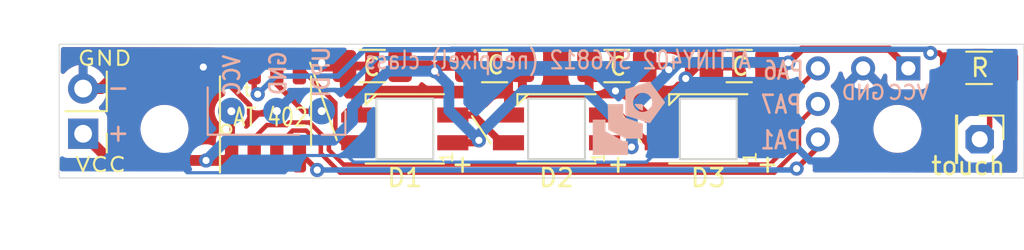
<source format=kicad_pcb>
(kicad_pcb (version 20221018) (generator pcbnew)
  (layers (0 "F.Cu" signal) (31 "B.Cu" signal) (34 "B.Paste" user) (35 "F.Paste" user) (36 "B.SilkS" user "B.Silkscreen") (37 "F.SilkS" user "F.Silkscreen") (38 "B.Mask" user) (39 "F.Mask" user) (44 "Edge.Cuts" user))
  (net 0 "")
  (net 1 "Net-(D1-VDD)")
  (net 2 "Net-(D1-DOUT)")
  (net 3 "Net-(D1-DIN)")
  (net 4 "Net-(D2-DOUT)")
  (net 5 "Net-(J1-Pin_1)")
  (net 6 "Net-(J2-Pin_3)")
  (net 7 "Net-(J2-Pin_2)")
  (net 8 "GNDREF")
  (net 9 "Net-(J3-Pin_1)")
  (net 10 "Net-(U1-PA3)")
  (net 11 "Net-(J2-Pin_1)")
  (footprint "Connector_PinHeader_2.54mm:PinHeader_1x02_P2.54mm_Vertical" (layer "F.Cu") (at 75.692 41.1954 180)
    (fp_text reference "J4" hide)
    (fp_text value "Conn_01x02")
    (fp_line (start -1.33 0) (end -1.33 -1.05) (stroke (width 0.12)) (layer "F.SilkS"))
    (fp_line (start -1.33 1.27) (end -1.33 3.5) (stroke (width 0.12)) (layer "F.SilkS"))
    (fp_line (start -1.33 1.27) (end 1 1.27) (stroke (width 0.12)) (layer "F.SilkS"))
    (pad "1" thru_hole rect (at 0 0 180) (size 1.7 1.7) (drill 1) (layers "*.Cu" "*.Mask") (net 1 "Net-(D1-VDD)"))
    (pad "2" thru_hole oval (at 0 2.54 180) (size 1.7 1.7) (drill 1) (layers "*.Cu" "*.Mask") (net 8 "GNDREF"))
  )
  (footprint "attiny84:Pin_1x01_P2.00mm_Vertical" (layer "F.Cu") (at 119.5324 37.5204)
    (fp_text reference "J6" hide)
    (fp_text value "Conn_01x01_Pin")
    (pad "1" thru_hole circle (at 0 0) (size 1.35 1.35) (drill 0.8) (layers "*.Cu" "*.Mask") (net 8 "GNDREF"))
  )
  (footprint "Capacitor_SMD:C_1206_3216Metric_Pad1.33x1.80mm_HandSolder" (layer "F.Cu") (at 112.568234 37.3888 180)
    (fp_text reference "C1" hide)
    (fp_text value ".1")
    (fp_line (start -0.711252 -0.91) (end 0.711252 -0.91) (stroke (width 0.12)) (layer "F.SilkS"))
    (fp_line (start -0.711252 0.91) (end 0.711252 0.91) (stroke (width 0.12)) (layer "F.SilkS"))
    (pad "1" smd roundrect (at -1.5625 0 180) (size 1.325 1.8) (layers "F.Cu" "F.Paste" "F.Mask") (roundrect_rratio 0.188679) (net 1 "Net-(D1-VDD)"))
    (pad "2" smd roundrect (at 1.5625 0 180) (size 1.325 1.8) (layers "F.Cu" "F.Paste" "F.Mask") (roundrect_rratio 0.188679) (net 8 "GNDREF"))
  )
  (footprint "attiny84:LED_SK6812E_PLCC4_3.5x3.5mm_P1.75mm_osh_handsolder" (layer "F.Cu") (at 93.7704 40.9204 180)
    (fp_text reference "D1" (at 0 -2.75 180) (layer "F.SilkS"))
    (fp_text value "SK6812")
    (fp_text user "1" (at -2.35 -1.6 270) (layer "F.SilkS") (effects (font (size 0.7 0.7) (thickness 0.1))))
    (fp_line (start -2.2 -1.95) (end 2.2 -1.95) (stroke (width 0.12)) (layer "F.SilkS"))
    (fp_line (start -2.2 1.95) (end 2.2 1.95) (stroke (width 0.12)) (layer "F.SilkS"))
    (fp_line (start 1.6 1.95) (end 2.2 1.35) (stroke (width 0.12)) (layer "F.SilkS"))
    (fp_line (start 2.2 1.95) (end 2.2 1.35) (stroke (width 0.12)) (layer "F.SilkS"))
    (fp_rect (start -1.6 -1.7) (end 1.6 1.7) (stroke (width 0.12)) (fill none) (layer "Edge.Cuts"))
    (pad "1" smd rect (at -2.7 -0.78 180) (size 1.75 0.85) (layers "F.Cu" "F.Paste" "F.Mask") (net 1 "Net-(D1-VDD)"))
    (pad "2" smd rect (at -2.7 0.78 180) (size 1.75 0.85) (layers "F.Cu" "F.Paste" "F.Mask") (net 2 "Net-(D1-DOUT)"))
    (pad "3" smd roundrect (at 2.7 0.78 180) (size 1.75 0.85) (layers "F.Cu" "F.Paste" "F.Mask") (roundrect_rratio 0) (chamfer_ratio 0.4) (chamfer bottom_right) (net 8 "GNDREF"))
    (pad "4" smd rect (at 2.7 -0.78 180) (size 1.75 0.85) (layers "F.Cu" "F.Paste" "F.Mask") (net 3 "Net-(D1-DIN)"))
  )
  (footprint "Resistor_SMD:R_1206_3216Metric_Pad1.30x1.75mm_HandSolder" (layer "F.Cu") (at 126.05 37.4904)
    (fp_text reference "R1" hide)
    (fp_text value "10K")
    (fp_line (start -0.727064 -0.91) (end 0.727064 -0.91) (stroke (width 0.12)) (layer "F.SilkS"))
    (fp_line (start -0.727064 0.91) (end 0.727064 0.91) (stroke (width 0.12)) (layer "F.SilkS"))
    (pad "1" smd roundrect (at -1.55 0) (size 1.3 1.75) (layers "F.Cu" "F.Paste" "F.Mask") (roundrect_rratio 0.192308) (net 10 "Net-(U1-PA3)"))
    (pad "2" smd roundrect (at 1.55 0) (size 1.3 1.75) (layers "F.Cu" "F.Paste" "F.Mask") (roundrect_rratio 0.192308) (net 5 "Net-(J1-Pin_1)"))
  )
  (footprint "Connector_PinHeader_2.54mm:PinHeader_1x01_P2.54mm_Vertical" (layer "F.Cu") (at 126.0856 41.5036 -90)
    (fp_text reference "J1" hide)
    (fp_text value "Conn_01x01_Pin")
    (fp_line (start -1.33 -1.33) (end 0 -1.33) (stroke (width 0.12)) (layer "F.SilkS"))
    (fp_line (start -1.33 0) (end -1.33 -1.33) (stroke (width 0.12)) (layer "F.SilkS"))
    (fp_line (start -1.33 1.27) (end -1.33 1.33) (stroke (width 0.12)) (layer "F.SilkS"))
    (fp_line (start -1.33 1.27) (end 1.33 1.27) (stroke (width 0.12)) (layer "F.SilkS"))
    (fp_line (start -1.33 1.33) (end 1.33 1.33) (stroke (width 0.12)) (layer "F.SilkS"))
    (fp_line (start 1.33 1.27) (end 1.33 1.33) (stroke (width 0.12)) (layer "F.SilkS"))
    (pad "1" thru_hole roundrect (at 0 0 270) (size 1.6 1.6) (drill 0.9) (layers "*.Cu" "*.Mask") (roundrect_rratio 0) (chamfer_ratio 0.2) (chamfer top_left top_right bottom_left bottom_right) (net 5 "Net-(J1-Pin_1)"))
  )
  (footprint "Capacitor_SMD:C_1206_3216Metric_Pad1.33x1.80mm_HandSolder" (layer "F.Cu") (at 105.6933 37.3888 180)
    (fp_text reference "C4" hide)
    (fp_text value ".1")
    (fp_line (start -0.711252 -0.91) (end 0.711252 -0.91) (stroke (width 0.12)) (layer "F.SilkS"))
    (fp_line (start -0.711252 0.91) (end 0.711252 0.91) (stroke (width 0.12)) (layer "F.SilkS"))
    (pad "1" smd roundrect (at -1.5625 0 180) (size 1.325 1.8) (layers "F.Cu" "F.Paste" "F.Mask") (roundrect_rratio 0.188679) (net 1 "Net-(D1-VDD)"))
    (pad "2" smd roundrect (at 1.5625 0 180) (size 1.325 1.8) (layers "F.Cu" "F.Paste" "F.Mask") (roundrect_rratio 0.188679) (net 8 "GNDREF"))
  )
  (footprint "attiny84:LED_SK6812E_PLCC4_3.5x3.5mm_P1.75mm_osh_handsolder" (layer "F.Cu") (at 110.8308 40.9204 180)
    (fp_text reference "D3" (at 0 -2.75 180) (layer "F.SilkS"))
    (fp_text value "SK6812")
    (fp_text user "1" (at -2.35 -1.6 270) (layer "F.SilkS") (effects (font (size 0.7 0.7) (thickness 0.1))))
    (fp_line (start -2.2 -1.95) (end 2.2 -1.95) (stroke (width 0.12)) (layer "F.SilkS"))
    (fp_line (start -2.2 1.95) (end 2.2 1.95) (stroke (width 0.12)) (layer "F.SilkS"))
    (fp_line (start 1.6 1.95) (end 2.2 1.35) (stroke (width 0.12)) (layer "F.SilkS"))
    (fp_line (start 2.2 1.95) (end 2.2 1.35) (stroke (width 0.12)) (layer "F.SilkS"))
    (fp_rect (start -1.6 -1.7) (end 1.6 1.7) (stroke (width 0.12)) (fill none) (layer "Edge.Cuts"))
    (pad "1" smd rect (at -2.7 -0.78 180) (size 1.75 0.85) (layers "F.Cu" "F.Paste" "F.Mask") (net 1 "Net-(D1-VDD)"))
    (pad "2" smd rect (at -2.7 0.78 180) (size 1.75 0.85) (layers "F.Cu" "F.Paste" "F.Mask"))
    (pad "3" smd roundrect (at 2.7 0.78 180) (size 1.75 0.85) (layers "F.Cu" "F.Paste" "F.Mask") (roundrect_rratio 0) (chamfer_ratio 0.4) (chamfer bottom_right) (net 8 "GNDREF"))
    (pad "4" smd rect (at 2.7 -0.78 180) (size 1.75 0.85) (layers "F.Cu" "F.Paste" "F.Mask") (net 4 "Net-(D2-DOUT)"))
  )
  (footprint "Capacitor_SMD:C_1206_3216Metric_Pad1.33x1.80mm_HandSolder" (layer "F.Cu") (at 98.818367 37.3888)
    (fp_text reference "C3" hide)
    (fp_text value ".1")
    (fp_line (start -0.711252 -0.91) (end 0.711252 -0.91) (stroke (width 0.12)) (layer "F.SilkS"))
    (fp_line (start -0.711252 0.91) (end 0.711252 0.91) (stroke (width 0.12)) (layer "F.SilkS"))
    (pad "1" smd roundrect (at -1.5625 0) (size 1.325 1.8) (layers "F.Cu" "F.Paste" "F.Mask") (roundrect_rratio 0.188679) (net 1 "Net-(D1-VDD)"))
    (pad "2" smd roundrect (at 1.5625 0) (size 1.325 1.8) (layers "F.Cu" "F.Paste" "F.Mask") (roundrect_rratio 0.188679) (net 8 "GNDREF"))
  )
  (footprint "attiny84:Pin_1x01_P2.00mm_Vertical" (layer "F.Cu") (at 122.0724 37.5204)
    (fp_text reference "J5" hide)
    (fp_text value "Conn_01x01_Pin")
    (pad "1" thru_hole rect (at 0 0) (size 1.35 1.35) (drill 0.8) (layers "*.Cu" "*.Mask") (net 1 "Net-(D1-VDD)"))
  )
  (footprint "MountingHole:MountingHole_2.2mm_M2" (layer "F.Cu") (at 121.4628 40.9204)
    (fp_text reference "H2" hide)
    (fp_text value "MountingHole")
    (pad "" np_thru_hole circle (at 0 0) (size 2.2 2.2) (drill 2.2) (layers "*.Cu" "*.Mask"))
  )
  (footprint "Package_SO:SOIC-8_3.9x4.9mm_P1.27mm" (layer "F.Cu") (at 85.943 39.9204 90)
    (fp_text reference "U1" hide)
    (fp_text value "ATtiny402-SS")
    (fp_line (start 0 -2.56) (end -3.45 -2.56) (stroke (width 0.12)) (layer "F.SilkS"))
    (fp_line (start 0 -2.56) (end 1.95 -2.56) (stroke (width 0.12)) (layer "F.SilkS"))
    (fp_line (start 0 2.56) (end -1.95 2.56) (stroke (width 0.12)) (layer "F.SilkS"))
    (fp_line (start 0 2.56) (end 1.95 2.56) (stroke (width 0.12)) (layer "F.SilkS"))
    (pad "1" smd roundrect (at -2.475 -1.905 90) (size 1.95 0.75) (layers "F.Cu" "F.Paste" "F.Mask") (net 1 "Net-(D1-VDD)"))
    (pad "2" smd roundrect (at -2.475 -0.635 90) (size 1.95 0.75) (layers "F.Cu" "F.Paste" "F.Mask") (net 11 "Net-(J2-Pin_1)"))
    (pad "3" smd roundrect (at -2.475 0.635 90) (size 1.95 0.75) (layers "F.Cu" "F.Paste" "F.Mask") (net 7 "Net-(J2-Pin_2)"))
    (pad "4" smd roundrect (at -2.475 1.905 90) (size 1.95 0.75) (layers "F.Cu" "F.Paste" "F.Mask") (net 6 "Net-(J2-Pin_3)"))
    (pad "5" smd roundrect (at 2.475 1.905 90) (size 1.95 0.75) (layers "F.Cu" "F.Paste" "F.Mask") (net 3 "Net-(D1-DIN)"))
    (pad "6" smd roundrect (at 2.475 0.635 90) (size 1.95 0.75) (layers "F.Cu" "F.Paste" "F.Mask") (net 9 "Net-(J3-Pin_1)"))
    (pad "7" smd roundrect (at 2.475 -0.635 90) (size 1.95 0.75) (layers "F.Cu" "F.Paste" "F.Mask") (net 10 "Net-(U1-PA3)"))
    (pad "8" smd roundrect (at 2.475 -1.905 90) (size 1.95 0.75) (layers "F.Cu" "F.Paste" "F.Mask") (net 8 "GNDREF"))
  )
  (footprint "attiny84:LED_SK6812E_PLCC4_3.5x3.5mm_P1.75mm_osh_handsolder" (layer "F.Cu") (at 102.3006 40.9204 180)
    (fp_text reference "D2" (at 0 -2.75 180) (layer "F.SilkS"))
    (fp_text value "SK6812")
    (fp_text user "1" (at -2.35 -1.6 270) (layer "F.SilkS") (effects (font (size 0.7 0.7) (thickness 0.1))))
    (fp_line (start -2.2 -1.95) (end 2.2 -1.95) (stroke (width 0.12)) (layer "F.SilkS"))
    (fp_line (start -2.2 1.95) (end 2.2 1.95) (stroke (width 0.12)) (layer "F.SilkS"))
    (fp_line (start 1.6 1.95) (end 2.2 1.35) (stroke (width 0.12)) (layer "F.SilkS"))
    (fp_line (start 2.2 1.95) (end 2.2 1.35) (stroke (width 0.12)) (layer "F.SilkS"))
    (fp_rect (start -1.6 -1.7) (end 1.6 1.7) (stroke (width 0.12)) (fill none) (layer "Edge.Cuts"))
    (pad "1" smd rect (at -2.7 -0.78 180) (size 1.75 0.85) (layers "F.Cu" "F.Paste" "F.Mask") (net 1 "Net-(D1-VDD)"))
    (pad "2" smd rect (at -2.7 0.78 180) (size 1.75 0.85) (layers "F.Cu" "F.Paste" "F.Mask") (net 4 "Net-(D2-DOUT)"))
    (pad "3" smd roundrect (at 2.7 0.78 180) (size 1.75 0.85) (layers "F.Cu" "F.Paste" "F.Mask") (roundrect_rratio 0) (chamfer_ratio 0.4) (chamfer bottom_right) (net 8 "GNDREF"))
    (pad "4" smd rect (at 2.7 -0.78 180) (size 1.75 0.85) (layers "F.Cu" "F.Paste" "F.Mask") (net 2 "Net-(D1-DOUT)"))
  )
  (footprint "MountingHole:MountingHole_2.2mm_M2" (layer "F.Cu") (at 80.264 40.9204)
    (fp_text reference "H1" hide)
    (fp_text value "MountingHole")
    (pad "" np_thru_hole circle (at 0 0) (size 2.2 2.2) (drill 2.2) (layers "*.Cu" "*.Mask"))
  )
  (footprint "Capacitor_SMD:C_1206_3216Metric_Pad1.33x1.80mm_HandSolder" (layer "F.Cu") (at 91.943434 37.3888 180)
    (fp_text reference "C2" hide)
    (fp_text value ".1")
    (fp_line (start -0.711252 -0.91) (end 0.711252 -0.91) (stroke (width 0.12)) (layer "F.SilkS"))
    (fp_line (start -0.711252 0.91) (end 0.711252 0.91) (stroke (width 0.12)) (layer "F.SilkS"))
    (pad "1" smd roundrect (at -1.5625 0 180) (size 1.325 1.8) (layers "F.Cu" "F.Paste" "F.Mask") (roundrect_rratio 0.188679) (net 1 "Net-(D1-VDD)"))
    (pad "2" smd roundrect (at 1.5625 0 180) (size 1.325 1.8) (layers "F.Cu" "F.Paste" "F.Mask") (roundrect_rratio 0.188679) (net 8 "GNDREF"))
  )
  (footprint "attiny84:PinHeader_1x03_P2.00mm_Vertical_round" (layer "F.Cu") (at 116.9924 37.5204)
    (fp_text reference "J2" hide)
    (fp_text value "Conn_01x03_Pin")
    (pad "1" thru_hole circle (at 0 0) (size 1.35 1.35) (drill 0.8) (layers "*.Cu" "*.Mask") (net 11 "Net-(J2-Pin_1)"))
    (pad "2" thru_hole oval (at 0 2) (size 1.35 1.35) (drill 0.8) (layers "*.Cu" "*.Mask") (net 7 "Net-(J2-Pin_2)"))
    (pad "3" thru_hole oval (at 0 4) (size 1.35 1.35) (drill 0.8) (layers "*.Cu" "*.Mask") (net 6 "Net-(J2-Pin_3)"))
  )
  (footprint "attiny84:PinHeader_1x03_P2.54mm_Vertical_smd" (layer "B.Cu") (at 89.1032 39.9204 90)
    (fp_text reference "J3" hide)
    (fp_text value "Conn_01x03_Pin")
    (fp_line (start -1.33 -6.41) (end 1.33 -6.41) (stroke (width 0.12)) (layer "B.SilkS"))
    (fp_line (start -1.33 -1.27) (end -1.33 -6.41) (stroke (width 0.12)) (layer "B.SilkS"))
    (fp_line (start -1.33 0) (end -1.33 1.33) (stroke (width 0.12)) (layer "B.SilkS"))
    (fp_line (start -1.33 1.33) (end 0 1.33) (stroke (width 0.12)) (layer "B.SilkS"))
    (pad "1" smd circle (at 0 0 90) (size 1.5 1.5) (layers "B.Cu" "B.Paste" "B.Mask") (net 9 "Net-(J3-Pin_1)"))
    (pad "2" smd circle (at 0 -2.54 90) (size 1.5 1.5) (layers "B.Cu" "B.Paste" "B.Mask") (net 8 "GNDREF"))
    (pad "3" smd circle (at 0 -5.08 90) (size 1.5 1.5) (layers "B.Cu" "B.Paste" "B.Mask") (net 1 "Net-(D1-VDD)"))
  )
  (gr_poly (pts (xy 106.052001 40.252539) (xy 106.05 39.526162) (xy 105.327616 39.530861) (xy 105.309275 39.527496) (xy 105.291657 39.525086) (xy 105.274868 39.523771) (xy 105.266817 39.523567) (xy 105.259014 39.523689) (xy 105.251471 39.524154) (xy 105.2442 39.52498) (xy 105.237217 39.526184) (xy 105.230533 39.527784) (xy 105.224162 39.529797) (xy 105.218117 39.53224) (xy 105.212412 39.53513) (xy 105.207058 39.538486) (xy 105.202071 39.542325) (xy 105.197462 39.546664) (xy 105.193246 39.55152) (xy 105.189434 39.556911) (xy 105.186042 39.562854) (xy 105.18308 39.569367) (xy 105.180564 39.576467) (xy 105.178506 39.584172) (xy 105.176919 39.592498) (xy 105.175816 39.601464) (xy 105.175211 39.611087) (xy 105.175117 39.621384) (xy 105.175546 39.632373) (xy 105.176513 39.644071) (xy 105.178031 39.656495) (xy 105.180112 39.669663) (xy 105.207711 40.975941) (xy 106.197901 41.470988) (xy 106.979495 41.466288) (xy 106.997848 41.465567) (xy 107.015442 41.465868) (xy 107.048072 41.467875) (xy 107.062971 41.468749) (xy 107.076833 41.468984) (xy 107.089591 41.468163) (xy 107.095533 41.467227) (xy 107.101174 41.46587) (xy 107.106503 41.464043) (xy 107.111513 41.461691) (xy 107.116196 41.458764) (xy 107.120541 41.45521) (xy 107.124541 41.450976) (xy 107.128187 41.44601) (xy 107.131471 41.440261) (xy 107.134383 41.433677) (xy 107.136916 41.426205) (xy 107.13906 41.417794) (xy 107.140807 41.408392) (xy 107.142148 41.397947) (xy 107.143076 41.386406) (xy 107.14358 41.373719) (xy 107.143652 41.359832) (xy 107.143285 41.344695) (xy 107.161172 40.634949)) (fill solid) (layer "B.SilkS"))
  (gr_poly (pts (xy 106.313056 41.607333) (xy 106.053179 41.6052) (xy 105.055571 41.054158) (xy 105.055571 40.398146) (xy 104.335488 40.398146) (xy 104.335488 42.385989) (xy 106.319855 42.385989)) (fill solid) (layer "B.SilkS"))
  (gr_poly (pts (xy 107.160517 39.596178) (xy 107.159508 39.591741) (xy 107.158137 39.587339) (xy 107.156423 39.582981) (xy 107.154385 39.578677) (xy 107.152043 39.574438) (xy 107.149414 39.570273) (xy 107.14652 39.566192) (xy 107.143377 39.562205) (xy 107.140006 39.558322) (xy 107.136425 39.554552) (xy 107.132654 39.550907) (xy 107.128712 39.547394) (xy 107.124617 39.544025) (xy 107.120389 39.540809) (xy 107.116046 39.537756) (xy 107.111609 39.534877) (xy 107.107095 39.53218) (xy 107.102524 39.529676) (xy 107.097915 39.527374) (xy 107.093287 39.525285) (xy 107.088659 39.523419) (xy 107.08405 39.521784) (xy 107.079479 39.520392) (xy 107.074965 39.519252) (xy 107.070528 39.518374) (xy 107.066186 39.517768) (xy 107.061958 39.517443) (xy 107.057863 39.51741) (xy 107.053921 39.517679) (xy 107.050151 39.518259) (xy 107.046571 39.51916) (xy 106.682593 39.517159) (xy 106.699787 39.551724) (xy 106.720085 39.586193) (xy 106.743177 39.620256) (xy 106.768756 39.653606) (xy 106.796513 39.685934) (xy 106.826139 39.716932) (xy 106.857327 39.746293) (xy 106.889767 39.773707) (xy 106.923152 39.798866) (xy 106.957173 39.821462) (xy 106.991521 39.841187) (xy 107.025889 39.857732) (xy 107.042984 39.864716) (xy 107.059968 39.87079) (xy 107.076802 39.875914) (xy 107.093449 39.880051) (xy 107.109869 39.883162) (xy 107.126024 39.885208) (xy 107.141876 39.886151) (xy 107.157386 39.885953) (xy 107.161145 39.60064)) (fill solid) (layer "B.SilkS"))
  (gr_poly (pts (xy 107.538052 38.254878) (xy 106.167155 38.697779) (xy 106.167155 40.161811) (xy 107.140755 40.474475) (xy 107.140755 39.966357) (xy 107.114162 39.965688) (xy 107.08775 39.963713) (xy 107.061563 39.96045) (xy 107.035645 39.955918) (xy 107.010039 39.950134) (xy 106.984791 39.943116) (xy 106.959943 39.934884) (xy 106.93554 39.925455) (xy 106.911626 39.914847) (xy 106.888245 39.903079) (xy 106.86544 39.890169) (xy 106.843256 39.876136) (xy 106.821736 39.860996) (xy 106.800925 39.844769) (xy 106.780867 39.827473) (xy 106.761605 39.809126) (xy 106.743276 39.789848) (xy 106.725998 39.769773) (xy 106.70979 39.748947) (xy 106.69467 39.727412) (xy 106.680656 39.705212) (xy 106.667767 39.682391) (xy 106.65602 39.658993) (xy 106.645435 39.635062) (xy 106.636028 39.61064) (xy 106.627818 39.585772) (xy 106.620823 39.560501) (xy 106.615062 39.534872) (xy 106.610553 39.508927) (xy 106.607314 39.482711) (xy 106.605363 39.456267) (xy 106.604718 39.429638) (xy 106.605435 39.402058) (xy 106.607524 39.374841) (xy 106.61095 39.34802) (xy 106.61568 39.321629) (xy 106.621681 39.295702) (xy 106.628918 39.270271) (xy 106.637358 39.245372) (xy 106.646967 39.221037) (xy 106.657712 39.1973) (xy 106.669559 39.174195) (xy 106.682474 39.151756) (xy 106.696423 39.130015) (xy 106.711373 39.109007) (xy 106.72729 39.088765) (xy 106.74414 39.069324) (xy 106.761891 39.050716) (xy 106.780507 39.032975) (xy 106.799955 39.016134) (xy 106.820202 39.000229) (xy 106.841214 38.985291) (xy 106.862957 38.971355) (xy 106.885398 38.958455) (xy 106.908502 38.946623) (xy 106.932237 38.935894) (xy 106.956568 38.926302) (xy 106.981462 38.917879) (xy 107.006885 38.91066) (xy 107.032803 38.904678) (xy 107.059183 38.899966) (xy 107.085991 38.89656) (xy 107.113193 38.894491) (xy 107.140755 38.893794) (xy 107.167349 38.894439) (xy 107.193763 38.89639) (xy 107.219953 38.899629) (xy 107.245876 38.904138) (xy 107.271486 38.909899) (xy 107.296741 38.916894) (xy 107.321596 38.925104) (xy 107.346008 38.934511) (xy 107.369931 38.945097) (xy 107.393323 38.956843) (xy 107.41614 38.969733) (xy 107.438337 38.983747) (xy 107.45987 38.998867) (xy 107.480696 39.015075) (xy 107.50077 39.032353) (xy 107.520049 39.050683) (xy 107.538396 39.069945) (xy 107.555692 39.090004) (xy 107.571918 39.110815) (xy 107.587058 39.132335) (xy 107.601091 39.154519) (xy 107.614001 39.177324) (xy 107.625769 39.200706) (xy 107.636376 39.22462) (xy 107.645805 39.249023) (xy 107.654037 39.27387) (xy 107.661054 39.299119) (xy 107.666838 39.324724) (xy 107.671371 39.350642) (xy 107.674634 39.37683) (xy 107.676609 39.403242) (xy 107.677277 39.429822) (xy 107.676633 39.456418) (xy 107.674681 39.482847) (xy 107.671439 39.509052) (xy 107.666926 39.534989) (xy 107.66116 39.560613) (xy 107.654158 39.585882) (xy 107.645941 39.61075) (xy 107.636524 39.635173) (xy 107.625928 39.659109) (xy 107.614169 39.682511) (xy 107.601266 39.705337) (xy 107.587238 39.727543) (xy 107.572103 39.749084) (xy 107.555879 39.769916) (xy 107.538584 39.789996) (xy 107.520236 39.809279) (xy 107.500955 39.827629) (xy 107.480877 39.844926) (xy 107.460046 39.861152) (xy 107.438506 39.876289) (xy 107.416302 39.890319) (xy 107.393476 39.903224) (xy 107.370074 39.914985) (xy 107.346139 39.925583) (xy 107.321715 39.935002) (xy 107.296846 39.943222) (xy 107.271577 39.950226) (xy 107.24595 39.955995) (xy 107.220011 39.960511) (xy 107.193802 39.963755) (xy 107.167369 39.96571) (xy 107.140755 39.966357) (xy 107.140755 40.474475) (xy 107.5463 40.604712) (xy 108.404444 39.431735)) (fill solid) (layer "B.SilkS"))
  (gr_line (start 88.45 37.2) (end 89.95 41.55) (stroke (width 0.12)) (layer "F.SilkS"))
  (gr_circle (center 83.749634 40.9448) (end 83.851234 41.1988) (stroke (width 0.12)) (fill none) (layer "F.SilkS"))
  (gr_line (start 106 40.15) (end 107.05 41.65) (stroke (width 0.12)) (layer "F.SilkS"))
  (gr_line (start 97.55 40.2) (end 98.6 41.75) (stroke (width 0.12)) (layer "F.SilkS"))
  (gr_rect (start 74.3458 36.1612) (end 128.5732 43.6796) (stroke (width 0.05)) (fill none) (layer "Edge.Cuts"))
  (gr_text "PA1" (at 116.1288 42.1386) (layer "B.SilkS") (effects (font (size 1 0.8)) (justify left bottom mirror)))
  (gr_text "GND" (at 120.8532 39.3446) (layer "B.SilkS") (effects (font (size 0.8 0.8) (thickness 0.13)) (justify left bottom mirror)))
  (gr_text "PA6" (at 116.2812 38.227) (layer "B.SilkS") (effects (font (size 1 0.8)) (justify left bottom mirror)))
  (gr_text "UPDI" (at 89.6112 36.2204 90) (layer "B.SilkS") (effects (font (size 0.9 0.8)) (justify left bottom mirror)))
  (gr_text "-" (at 78.3844 39.1668) (layer "B.SilkS") (effects (font (size 1 1)) (justify left bottom mirror)))
  (gr_text "VCC" (at 84.582 36.6776 90) (layer "B.SilkS") (effects (font (size 0.9 0.8)) (justify left bottom mirror)))
  (gr_text "VCC" (at 123.317 39.3446) (layer "B.SilkS") (effects (font (size 0.8 0.8) (thickness 0.13)) (justify left bottom mirror)))
  (gr_text "ATTINY402 SK6812 (neopixel) class" (at 113.3094 37.6428) (layer "B.SilkS") (effects (font (size 1 0.8) (thickness 0.13)) (justify left bottom mirror)))
  (gr_text "PA7" (at 116.1542 40.132) (layer "B.SilkS") (effects (font (size 1 0.8)) (justify left bottom mirror)))
  (gr_text "GND" (at 87.1728 36.4744 90) (layer "B.SilkS") (effects (font (size 0.9 0.8)) (justify left bottom mirror)))
  (gr_text "+" (at 78.3844 41.7068) (layer "B.SilkS") (effects (font (size 1 1)) (justify left bottom mirror)))
  (gr_text "AT 402" (at 84.05 40.85) (layer "F.SilkS") (effects (font (size 1 0.8) (thickness 0.12)) (justify left bottom)))
  (gr_text "t" (at 84.65 39.15) (layer "F.SilkS") (effects (font (size 0.7 0.7) (thickness 0.1)) (justify left bottom)))
  (gr_text "touch" (at 123.2662 43.5864) (layer "F.SilkS") (effects (font (size 1 1)) (justify left bottom)))
  (gr_text "R" (at 125.5014 38.0746) (layer "F.SilkS") (effects (font (size 1 1)) (justify left bottom)))
  (gr_text "VCC" (at 75.175 43.4) (layer "F.SilkS") (effects (font (size 0.8 1) (thickness 0.12)) (justify left bottom)))
  (gr_text "+" (at 96.3 43.45) (layer "F.SilkS") (effects (font (size 1 1)) (justify left bottom)))
  (gr_text "C" (at 98.3234 37.9222) (layer "F.SilkS") (effects (font (size 1 0.9)) (justify left bottom)))
  (gr_text "C" (at 112.0648 37.9984) (layer "F.SilkS") (effects (font (size 1 0.9)) (justify left bottom)))
  (gr_text "+" (at 105.05 43.45) (layer "F.SilkS") (effects (font (size 1 1)) (justify left bottom)))
  (gr_text "GND" (at 75.3 37.425) (layer "F.SilkS") (effects (font (size 0.8 1) (thickness 0.12)) (justify left bottom)))
  (gr_text "C" (at 105.2068 37.9984) (layer "F.SilkS") (effects (font (size 1 0.9)) (justify left bottom)))
  (gr_text "C" (at 91.3638 38.0238) (layer "F.SilkS") (effects (font (size 1 0.9)) (justify left bottom)))
  (gr_text "+" (at 113.45 43.45) (layer "F.SilkS") (effects (font (size 1 1)) (justify left bottom)))
  (segment (start 84.074 42.3594) (end 84.038 42.3954) (width 0.3048) (layer "F.Cu") (net 1))
  (segment (start 115.0874 37.442337) (end 115.0874 38.675584) (width 0.4064) (layer "F.Cu") (net 1))
  (segment (start 115.328837 37.2009) (end 115.0874 37.442337) (width 0.4064) (layer "F.Cu") (net 1))
  (segment (start 114.8874 38.875584) (end 114.8874 41.2718) (width 0.4064) (layer "F.Cu") (net 1))
  (segment (start 83.738 42.6954) (end 84.038 42.3954) (width 0.6096) (layer "F.Cu") (net 1))
  (segment (start 120.9942 36.4422) (end 122.0724 37.5204) (width 0.4064) (layer "F.Cu") (net 1))
  (segment (start 115.0874 38.675584) (end 114.8874 38.875584) (width 0.4064) (layer "F.Cu") (net 1))
  (segment (start 75.692 41.1954) (end 77.192 42.6954) (width 0.6096) (layer "F.Cu") (net 1))
  (segment (start 97.217067 37.35) (end 97.255867 37.3888) (width 0.6096) (layer "F.Cu") (net 1))
  (segment (start 115.140937 37.3888) (end 113.605734 37.3888) (width 0.4064) (layer "F.Cu") (net 1))
  (segment (start 115.328837 37.2009) (end 115.140937 37.3888) (width 0.4064) (layer "F.Cu") (net 1))
  (segment (start 114.4588 41.7004) (end 113.4808 41.7004) (width 0.4064) (layer "F.Cu") (net 1))
  (segment (start 106.519005 41.943995) (end 105.194195 41.943995) (width 0.4064) (layer "F.Cu") (net 1))
  (segment (start 114.8874 41.2718) (end 114.4588 41.7004) (width 0.4064) (layer "F.Cu") (net 1))
  (segment (start 108.4072 37.3888) (end 106.7308 37.3888) (width 0.4064) (layer "F.Cu") (net 1))
  (segment (start 97.934343 41.563933) (end 97.797876 41.7004) (width 0.4064) (layer "F.Cu") (net 1))
  (segment (start 116.087537 36.4422) (end 120.9942 36.4422) (width 0.4064) (layer "F.Cu") (net 1))
  (segment (start 95.777 37.35) (end 97.217067 37.35) (width 0.6096) (layer "F.Cu") (net 1))
  (segment (start 95.45 37.677) (end 95.1618 37.3888) (width 0.6096) (layer "F.Cu") (net 1))
  (segment (start 95.45 37.677) (end 95.777 37.35) (width 0.6096) (layer "F.Cu") (net 1))
  (segment (start 97.797876 41.7004) (end 96.4204 41.7004) (width 0.4064) (layer "F.Cu") (net 1))
  (segment (start 115.328837 37.2009) (end 116.087537 36.4422) (width 0.4064) (layer "F.Cu") (net 1))
  (segment (start 82.6008 42.6954) (end 83.738 42.6954) (width 0.6096) (layer "F.Cu") (net 1))
  (segment (start 77.192 42.6954) (end 82.6008 42.6954) (width 0.6096) (layer "F.Cu") (net 1))
  (segment (start 108.6104 37.592) (end 108.4072 37.3888) (width 0.4064) (layer "F.Cu") (net 1))
  (segment (start 95.1618 37.3888) (end 93.505934 37.3888) (width 0.6096) (layer "F.Cu") (net 1))
  (segment (start 84.074 39.9288) (end 84.074 42.3594) (width 0.3048) (layer "F.Cu") (net 1))
  (segment (start 105.194195 41.943995) (end 104.9506 41.7004) (width 0.4064) (layer "F.Cu") (net 1))
  (via (at 108.6104 37.592) (size 0.8) (drill 0.4) (layers "F.Cu" "B.Cu") (net 1))
  (via (at 95.45 37.677) (size 0.8) (drill 0.4) (layers "F.Cu" "B.Cu") (net 1))
  (via (at 115.328837 37.2009) (size 0.8) (drill 0.4) (layers "F.Cu" "B.Cu") (net 1))
  (via (at 82.6008 42.6954) (size 0.8) (drill 0.4) (layers "F.Cu" "B.Cu") (net 1))
  (via (at 84.0232 39.9288) (size 0.85) (drill 0.45) (layers "F.Cu" "B.Cu") (net 1))
  (via (at 97.934343 41.563933) (size 0.8) (drill 0.4) (layers "F.Cu" "B.Cu") (net 1))
  (via (at 106.519005 41.943995) (size 0.8) (drill 0.4) (layers "F.Cu" "B.Cu") (net 1))
  (segment (start 96.25 38.477) (end 96.25 39.87959) (width 0.6096) (layer "B.Cu") (net 1))
  (segment (start 100.45 38.75) (end 103.95 38.75) (width 0.6096) (layer "B.Cu") (net 1))
  (segment (start 106.519005 39.851614) (end 106.519005 41.943995) (width 0.6096) (layer "B.Cu") (net 1))
  (segment (start 109.0676 37.1348) (end 115.262737 37.1348) (width 0.4064) (layer "B.Cu") (net 1))
  (segment (start 106.660972 39.541428) (end 106.660972 41.802028) (width 0.4064) (layer "B.Cu") (net 1))
  (segment (start 90.8304 39.6748) (end 90.8304 40.4876) (width 0.6096) (layer "B.Cu") (net 1))
  (segment (start 90.8304 40.4876) (end 89.7636 41.5544) (width 0.6096) (layer "B.Cu") (net 1))
  (segment (start 84.0656 39.9204) (end 84.074 39.9288) (width 0.3048) (layer "B.Cu") (net 1))
  (segment (start 89.7636 41.5544) (end 83.7418 41.5544) (width 0.6096) (layer "B.Cu") (net 1))
  (segment (start 96.25 39.87959) (end 97.934343 41.563933) (width 0.6096) (layer "B.Cu") (net 1))
  (segment (start 95.45 37.677) (end 96.25 38.477) (width 0.6096) (layer "B.Cu") (net 1))
  (segment (start 115.262737 37.1348) (end 115.328837 37.2009) (width 0.4064) (layer "B.Cu") (net 1))
  (segment (start 115.311799 37.183862) (end 109.186757 37.183862) (width 0.6096) (layer "B.Cu") (net 1))
  (segment (start 106.519005 41.319005) (end 106.519005 41.943995) (width 0.6096) (layer "B.Cu") (net 1))
  (segment (start 109.186757 37.183862) (end 106.519005 39.851614) (width 0.6096) (layer "B.Cu") (net 1))
  (segment (start 103.95 38.75) (end 106.519005 41.319005) (width 0.6096) (layer "B.Cu") (net 1))
  (segment (start 106.660972 41.802028) (end 106.519005 41.943995) (width 0.4064) (layer "B.Cu") (net 1))
  (segment (start 108.6104 37.592) (end 106.660972 39.541428) (width 0.4064) (layer "B.Cu") (net 1))
  (segment (start 95.45 37.677) (end 92.8282 37.677) (width 0.6096) (layer "B.Cu") (net 1))
  (segment (start 108.6104 37.592) (end 109.0676 37.1348) (width 0.4064) (layer "B.Cu") (net 1))
  (segment (start 84.059 39.9204) (end 84.0656 39.9204) (width 0.3048) (layer "B.Cu") (net 1))
  (segment (start 83.7418 41.5544) (end 82.6008 42.6954) (width 0.6096) (layer "B.Cu") (net 1))
  (segment (start 97.934343 41.563933) (end 97.934343 41.265657) (width 0.6096) (layer "B.Cu") (net 1))
  (segment (start 92.8282 37.677) (end 90.8304 39.6748) (width 0.6096) (layer "B.Cu") (net 1))
  (segment (start 115.328837 37.2009) (end 115.311799 37.183862) (width 0.6096) (layer "B.Cu") (net 1))
  (segment (start 97.934343 41.265657) (end 100.45 38.75) (width 0.6096) (layer "B.Cu") (net 1))
  (segment (start 96.4204 40.1404) (end 97.646 40.1404) (width 0.4064) (layer "F.Cu") (net 2))
  (segment (start 97.646 40.1404) (end 99.206 41.7004) (width 0.4064) (layer "F.Cu") (net 2))
  (segment (start 99.206 41.7004) (end 99.6506 41.7004) (width 0.4064) (layer "F.Cu") (net 2))
  (segment (start 90.2504 41.7004) (end 89.85 41.3) (width 0.254) (layer "F.Cu") (net 3))
  (segment (start 89.8684 39.4658) (end 87.848 37.4454) (width 0.254) (layer "F.Cu") (net 3))
  (segment (start 91.0704 41.7004) (end 90.2504 41.7004) (width 0.254) (layer "F.Cu") (net 3))
  (segment (start 89.85 41.3) (end 89.8684 41.2816) (width 0.254) (layer "F.Cu") (net 3))
  (segment (start 89.8684 41.2816) (end 89.8684 39.4658) (width 0.254) (layer "F.Cu") (net 3))
  (segment (start 105.8506 40.1404) (end 107.4106 41.7004) (width 0.4064) (layer "F.Cu") (net 4))
  (segment (start 107.4106 41.7004) (end 108.1808 41.7004) (width 0.4064) (layer "F.Cu") (net 4))
  (segment (start 104.9506 40.1404) (end 105.8506 40.1404) (width 0.4064) (layer "F.Cu") (net 4))
  (segment (start 126.6444 38.446) (end 126.6444 40.7924) (width 0.3048) (layer "F.Cu") (net 5))
  (segment (start 127.6 37.4904) (end 126.6444 38.446) (width 0.3048) (layer "F.Cu") (net 5))
  (segment (start 126.6444 40.7924) (end 125.9332 41.5036) (width 0.3048) (layer "F.Cu") (net 5))
  (segment (start 116.9924 41.953492) (end 116.9924 41.5204) (width 0.3048) (layer "F.Cu") (net 6))
  (segment (start 88.014786 42.3954) (end 88.849693 43.230307) (width 0.3048) (layer "F.Cu") (net 6))
  (segment (start 115.794946 43.150946) (end 116.9924 41.953492) (width 0.3048) (layer "F.Cu") (net 6))
  (segment (start 87.848 42.3954) (end 88.014786 42.3954) (width 0.3048) (layer "F.Cu") (net 6))
  (via (at 88.849693 43.230307) (size 0.8) (drill 0.4) (layers "F.Cu" "B.Cu") (net 6))
  (via (at 115.794946 43.150946) (size 0.8) (drill 0.4) (layers "F.Cu" "B.Cu") (net 6))
  (segment (start 115.715585 43.230307) (end 115.794946 43.150946) (width 0.3048) (layer "B.Cu") (net 6))
  (segment (start 88.849693 43.230307) (end 115.715585 43.230307) (width 0.3048) (layer "B.Cu") (net 6))
  (segment (start 114.538465 43.38) (end 115.9256 41.992865) (width 0.254) (layer "F.Cu") (net 7))
  (segment (start 87.468856 41.0172) (end 88.227145 41.0172) (width 0.254) (layer "F.Cu") (net 7))
  (segment (start 86.578 42.3954) (end 86.578 41.908056) (width 0.254) (layer "F.Cu") (net 7))
  (segment (start 89.0524 42.297822) (end 90.134578 43.38) (width 0.254) (layer "F.Cu") (net 7))
  (segment (start 88.227145 41.0172) (end 89.0524 41.842457) (width 0.254) (layer "F.Cu") (net 7))
  (segment (start 90.134578 43.38) (end 114.538465 43.38) (width 0.254) (layer "F.Cu") (net 7))
  (segment (start 86.578 41.908056) (end 87.468856 41.0172) (width 0.254) (layer "F.Cu") (net 7))
  (segment (start 115.9256 41.992865) (end 115.9256 40.5872) (width 0.254) (layer "F.Cu") (net 7))
  (segment (start 89.0524 41.842457) (end 89.0524 42.297822) (width 0.254) (layer "F.Cu") (net 7))
  (segment (start 115.9256 40.5872) (end 116.9924 39.5204) (width 0.254) (layer "F.Cu") (net 7))
  (segment (start 109.157862 38.466938) (end 108.1808 39.444) (width 0.4064) (layer "F.Cu") (net 8))
  (segment (start 90.424 38.4048) (end 90.424 37.431866) (width 0.6096) (layer "F.Cu") (net 8))
  (segment (start 99.6506 37.594067) (end 99.855867 37.3888) (width 0.4064) (layer "F.Cu") (net 8))
  (segment (start 105.6132 38.3462) (end 104.6558 37.3888) (width 0.4064) (layer "F.Cu") (net 8))
  (segment (start 90.424 38.4048) (end 90.7192 38.7) (width 0.4064) (layer "F.Cu") (net 8))
  (segment (start 91.0704 39.0512) (end 91.0704 40.1404) (width 0.6096) (layer "F.Cu") (net 8))
  (segment (start 110.2614 37.3888) (end 109.561538 38.088662) (width 0.4064) (layer "F.Cu") (net 8))
  (segment (start 85.05 40.0812) (end 85.05 39.583286) (width 0.3048) (layer "F.Cu") (net 8))
  (segment (start 86.614 39.9288) (end 86.4616 40.0812) (width 0.3048) (layer "F.Cu") (net 8))
  (segment (start 76.7114 38.6554) (end 75.692 38.6554) (width 0.6096) (layer "F.Cu") (net 8))
  (segment (start 84.038 38.571286) (end 84.038 37.4454) (width 0.3048) (layer "F.Cu") (net 8))
  (segment (start 85.05 39.583286) (end 84.038 38.571286) (width 0.3048) (layer "F.Cu") (net 8))
  (segment (start 108.1808 39.444) (end 108.1808 40.1404) (width 0.4064) (layer "F.Cu") (net 8))
  (segment (start 77.9214 37.4454) (end 76.7114 38.6554) (width 0.6096) (layer "F.Cu") (net 8))
  (segment (start 104.6558 37.3888) (end 99.855867 37.3888) (width 0.4064) (layer "F.Cu") (net 8))
  (segment (start 111.530734 37.3888) (end 110.2614 37.3888) (width 0.4064) (layer "F.Cu") (net 8))
  (segment (start 98.544667 38.7) (end 99.855867 37.3888) (width 0.4064) (layer "F.Cu") (net 8))
  (segment (start 89.2899 37.3888) (end 90.380934 37.3888) (width 0.6096) (layer "F.Cu") (net 8))
  (segment (start 108.1808 40.1404) (end 107.4074 40.1404) (width 0.4064) (layer "F.Cu") (net 8))
  (segment (start 90.424 37.431866) (end 90.380934 37.3888) (width 0.6096) (layer "F.Cu") (net 8))
  (segment (start 109.561538 38.466938) (end 109.157862 38.466938) (width 0.4064) (layer "F.Cu") (net 8))
  (segment (start 89.1032 37.2021) (end 89.2899 37.3888) (width 0.6096) (layer "F.Cu") (net 8))
  (segment (start 105.6132 38.7858) (end 105.6132 38.3462) (width 0.4064) (layer "F.Cu") (net 8))
  (segment (start 90.424 38.4048) (end 91.0704 39.0512) (width 0.6096) (layer "F.Cu") (net 8))
  (segment (start 84.038 37.4454) (end 77.9214 37.4454) (width 0.6096) (layer "F.Cu") (net 8))
  (segment (start 86.4616 40.0812) (end 85.05 40.0812) (width 0.3048) (layer "F.Cu") (net 8))
  (segment (start 107.4074 40.1404) (end 106.0528 38.7858) (width 0.4064) (layer "F.Cu") (net 8))
  (segment (start 99.6506 40.1404) (end 99.6506 37.594067) (width 0.4064) (layer "F.Cu") (net 8))
  (segment (start 90.7192 38.7) (end 98.544667 38.7) (width 0.4064) (layer "F.Cu") (net 8))
  (segment (start 109.561538 38.088662) (end 109.561538 38.466938) (width 0.4064) (layer "F.Cu") (net 8))
  (segment (start 106.0528 38.7858) (end 105.6132 38.7858) (width 0.4064) (layer "F.Cu") (net 8))
  (via (at 82.4484 37.4454) (size 0.8) (drill 0.4) (layers "F.Cu" "B.Cu") (net 8))
  (via (at 86.5782 39.9204) (size 0.85) (drill 0.45) (layers "F.Cu" "B.Cu") (net 8))
  (via (at 109.561538 38.088662) (size 0.8) (drill 0.4) (layers "F.Cu" "B.Cu") (net 8))
  (via (at 105.6132 38.7858) (size 0.8) (drill 0.4) (layers "F.Cu" "B.Cu") (net 8))
  (via (at 89.1032 37.2021) (size 0.8) (drill 0.4) (layers "F.Cu" "B.Cu") (net 8))
  (segment (start 91.9511 37.2079) (end 92.209 36.95) (width 0.254) (layer "B.Cu") (net 8))
  (segment (start 96.4579 37.2079) (end 97.6599 37.2079) (width 0.254) (layer "B.Cu") (net 8))
  (segment (start 116.5606 42.7228) (end 115.4684 41.6306) (width 0.4064) (layer "B.Cu") (net 8))
  (segment (start 107.9947 42.1447) (end 108.077 42.0624) (width 0.1778) (layer "B.Cu") (net 8))
  (segment (start 89.1032 37.2021) (end 89.008 37.2973) (width 0.6096) (layer "B.Cu") (net 8))
  (segment (start 87.9856 42.418) (end 90.5256 42.418) (width 0.1778) (layer "B.Cu") (net 8))
  (segment (start 110.070776 38.5979) (end 113.4517 38.5979) (width 0.3048) (layer "B.Cu") (net 8))
  (segment (start 107.350393 42.789007) (end 107.9947 42.1447) (width 0.1778) (layer "B.Cu") (net 8))
  (segment (start 88.0872 38.735) (end 89.8652 38.735) (width 0.254) (layer "B.Cu") (net 8))
  (segment (start 96.2 36.95) (end 96.4579 37.2079) (width 0.254) (layer "B.Cu") (net 8))
  (segment (start 92.209 36.95) (end 96.2 36.95) (width 0.254) (layer "B.Cu") (net 8))
  (segment (start 90.5256 42.418) (end 90.896607 42.789007) (width 0.1778) (layer "B.Cu") (net 8))
  (segment (start 118.8974 38.1554) (end 118.8974 42.0624) (width 0.3048) (layer "B.Cu") (net 8))
  (segment (start 89.8652 38.735) (end 90.424 38.735) (width 0.1778) (layer "B.Cu") (net 8))
  (segment (start 118.8974 42.0624) (end 118.3894 42.5704) (width 0.3048) (layer "B.Cu") (net 8))
  (segment (start 80.7974 42.6466) (end 81.5351 43.3843) (width 0.1778) (layer "B.Cu") (net 8))
  (segment (start 82.5965 37.2973) (end 82.4484 37.4454) (width 0.6096) (layer "B.Cu") (net 8))
  (segment (start 113.4517 38.5979) (end 115.4684 40.6146) (width 0.3048) (layer "B.Cu") (net 8))
  (segment (start 109.561538 38.238462) (end 109.561538 38.088662) (width 0.25) (layer "B.Cu") (net 8))
  (segment (start 118.3894 42.5704) (end 118.237 42.7228) (width 0.4064) (layer "B.Cu") (net 8))
  (segment (start 119.5324 37.5204) (end 118.8974 38.1554) (width 0.3048) (layer "B.Cu") (net 8))
  (segment (start 118.237 42.7228) (end 116.5606 42.7228) (width 0.4064) (layer "B.Cu") (net 8))
  (segment (start 97.6599 37.2079) (end 98.1456 37.6936) (width 0.1778) (layer "B.Cu") (net 8))
  (segment (start 90.896607 42.789007) (end 107.350393 42.789007) (width 0.1778) (layer "B.Cu") (net 8))
  (segment (start 87.9856 38.8366) (end 88.0872 38.735) (width 0.254) (layer "B.Cu") (net 8))
  (segment (start 87.0193 43.3843) (end 87.9856 42.418) (width 0.1778) (layer "B.Cu") (net 8))
  (segment (start 89.008 37.2973) (end 82.5965 37.2973) (width 0.6096) (layer "B.Cu") (net 8))
  (segment (start 109.561538 38.088662) (end 110.070776 38.5979) (width 0.3048) (layer "B.Cu") (net 8))
  (segment (start 107.9947 39.8053) (end 109.561538 38.238462) (width 0.25) (layer "B.Cu") (net 8))
  (segment (start 90.4367 38.7223) (end 90.4748 38.6842) (width 0.1778) (layer "B.Cu") (net 8))
  (segment (start 90.4367 38.7223) (end 91.9511 37.2079) (width 0.1778) (layer "B.Cu") (net 8))
  (segment (start 107.9947 42.1447) (end 107.9947 39.8053) (width 0.25) (layer "B.Cu") (net 8))
  (segment (start 81.5351 43.3843) (end 87.0193 43.3843) (width 0.1778) (layer "B.Cu") (net 8))
  (segment (start 115.4684 40.6146) (end 115.4684 41.6306) (width 0.3048) (layer "B.Cu") (net 8))
  (segment (start 86.6056 39.9204) (end 86.614 39.9288) (width 0.3048) (layer "B.Cu") (net 8))
  (segment (start 86.599 39.9204) (end 86.6056 39.9204) (width 0.3048) (layer "B.Cu") (net 8))
  (segment (start 90.424 38.735) (end 90.4367 38.7223) (width 0.1778) (layer "B.Cu") (net 8))
  (segment (start 88.0864 39.9288) (end 86.578 38.4204) (width 0.3048) (layer "F.Cu") (net 9))
  (segment (start 86.578 38.4204) (end 86.578 37.4454) (width 0.3048) (layer "F.Cu") (net 9))
  (segment (start 89.154 39.9288) (end 88.0864 39.9288) (width 0.3048) (layer "F.Cu") (net 9))
  (via (at 89.1032 39.9204) (size 0.85) (drill 0.45) (layers "F.Cu" "B.Cu") (net 9))
  (segment (start 89.1456 39.9204) (end 89.154 39.9288) (width 0.3048) (layer "B.Cu") (net 9))
  (segment (start 89.139 39.9204) (end 89.1456 39.9204) (width 0.3048) (layer "B.Cu") (net 9))
  (segment (start 123.809391 36.655391) (end 124.6444 37.4904) (width 0.3048) (layer "F.Cu") (net 10))
  (segment (start 123.316521 36.655391) (end 123.809391 36.655391) (width 0.3048) (layer "F.Cu") (net 10))
  (segment (start 85.308 38.777231) (end 85.504596 38.973827) (width 0.3048) (layer "F.Cu") (net 10))
  (segment (start 85.308 37.4454) (end 85.308 38.777231) (width 0.3048) (layer "F.Cu") (net 10))
  (via (at 123.316521 36.655391) (size 0.8) (drill 0.4) (layers "F.Cu" "B.Cu") (net 10))
  (via (at 85.504596 38.973827) (size 0.8) (drill 0.4) (layers "F.Cu" "B.Cu") (net 10))
  (segment (start 96.398574 36.4706) (end 91.501955 36.4706) (width 0.3048) (layer "B.Cu") (net 10))
  (segment (start 86.523923 37.9545) (end 85.504596 38.973827) (width 0.3048) (layer "B.Cu") (net 10))
  (segment (start 123.316521 36.655391) (end 123.10963 36.4485) (width 0.3048) (layer "B.Cu") (net 10))
  (segment (start 91.501955 36.4706) (end 90.018055 37.9545) (width 0.3048) (layer "B.Cu") (net 10))
  (segment (start 96.420674 36.4485) (end 96.398574 36.4706) (width 0.3048) (layer "B.Cu") (net 10))
  (segment (start 123.10963 36.4485) (end 96.420674 36.4485) (width 0.3048) (layer "B.Cu") (net 10))
  (segment (start 90.018055 37.9545) (end 86.523923 37.9545) (width 0.3048) (layer "B.Cu") (net 10))
  (segment (start 85.308 41.4204) (end 86.021999 40.706401) (width 0.254) (layer "F.Cu") (net 11))
  (segment (start 90.32263 42.926) (end 114.27857 42.926) (width 0.254) (layer "F.Cu") (net 11))
  (segment (start 88.415198 40.5632) (end 89.5064 41.654403) (width 0.254) (layer "F.Cu") (net 11))
  (segment (start 115.4176 39.0952) (end 116.9924 37.5204) (width 0.254) (layer "F.Cu") (net 11))
  (segment (start 115.4176 41.78697) (end 115.4176 39.0952) (width 0.254) (layer "F.Cu") (net 11))
  (segment (start 85.308 42.3954) (end 85.308 41.4204) (width 0.254) (layer "F.Cu") (net 11))
  (segment (start 87.280803 40.5632) (end 88.415198 40.5632) (width 0.254) (layer "F.Cu") (net 11))
  (segment (start 87.137601 40.706401) (end 87.280803 40.5632) (width 0.254) (layer "F.Cu") (net 11))
  (segment (start 89.5064 41.654403) (end 89.5064 42.10977) (width 0.254) (layer "F.Cu") (net 11))
  (segment (start 114.27857 42.926) (end 115.4176 41.78697) (width 0.254) (layer "F.Cu") (net 11))
  (segment (start 86.021999 40.706401) (end 87.137601 40.706401) (width 0.254) (layer "F.Cu") (net 11))
  (segment (start 89.5064 42.10977) (end 90.32263 42.926) (width 0.254) (layer "F.Cu") (net 11))
  (zone (net 8) (net_name "GNDREF") (layers "F&B.Cu") (connect_pads (clearance 0.508)) (min_thickness 0.25) (fill yes (thermal_gap 0.5) (thermal_bridge_width 0.5) (island_removal_mode 2) (island_area_min 10))
    (polygon (pts (xy 74.4474 36.322) (xy 128.2192 36.4236) (xy 128.1938 43.3832) (xy 74.3712 43.307)))
  )
)
</source>
